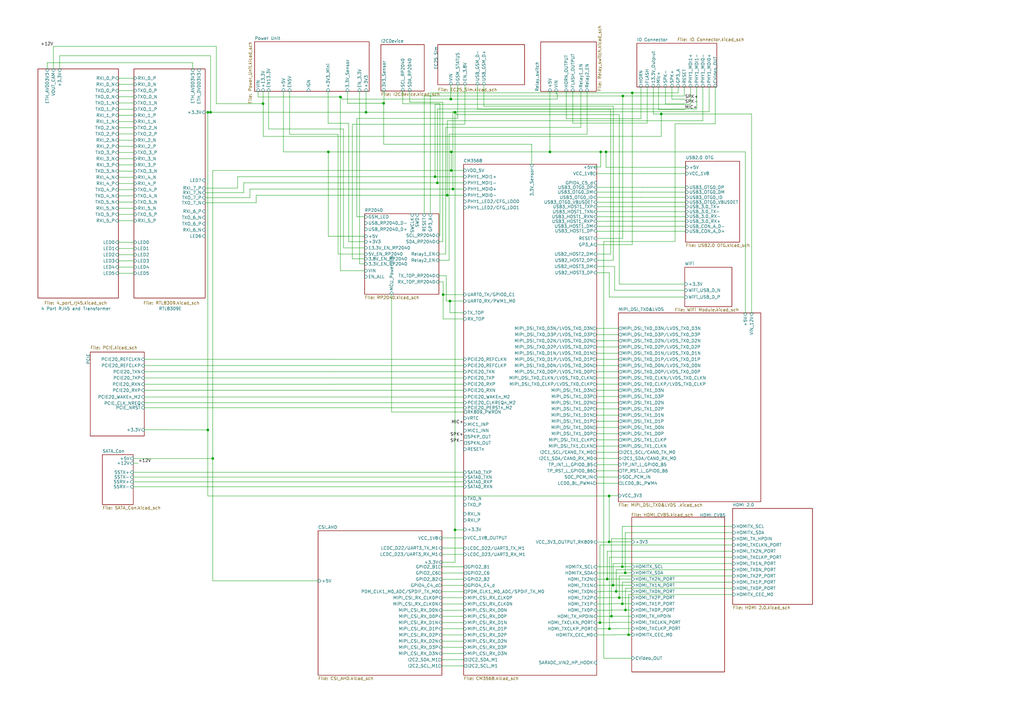
<source format=kicad_sch>
(kicad_sch (version 20230819) (generator eeschema)
  (paper "A3")
  (title_block (title "CamTracker") (date "2022-09-20") (rev "REV1") (company "SmartEQ Bilisim"))
  (lib_symbols)
  (junction (at 246.0749 255.3441))
  (junction (at 257.81 260.35))
  (junction (at 183.4532 80.0841))
  (junction (at 255.4496 39.37))
  (junction (at 139.621 39.7773))
  (junction (at 85.2535 46.0466))
  (junction (at 185.7689 77.5441))
  (junction (at 255.2549 232.41))
  (junction (at 250.7889 252.73))
  (junction (at 249.9619 257.8841))
  (junction (at 256.54 250.19))
  (junction (at 86.36 46.0466))
  (junction (at 185.0643 69.9241))
  (junction (at 157.3465 42.368))
  (junction (at 87.2743 188.0533))
  (junction (at 271.207 46.7566))
  (junction (at 85.2535 176.342))
  (junction (at 255.27 247.65))
  (junction (at 254 245.11))
  (junction (at 134.6836 62.3041))
  (junction (at 256.4416 234.95))
  (junction (at 179.4008 75.0041))
  (junction (at 246.38 62.3041))
  (junction (at 186.6253 46.0466))
  (junction (at 259.3218 38.1))
  (junction (at 107.8837 42.5069))
  (junction (at 184.8977 40.64))
  (junction (at 178.4286 72.4641))
  (junction (at 252.73 242.57))
  (junction (at 225.5507 62.3041))
  (junction (at 185.0643 62.3041))
  (junction (at 249.8343 203.4243))
  (junction (at 186.6253 217.3333))
  (junction (at 150.1335 46.0466))
  (junction (at 251.46 240.03))
  (junction (at 181.7357 120.8256))
  (junction (at 249.8343 222.25))
  (junction (at 184.5435 123.4654))
  (junction (at 249.0522 237.49))
  (junction (at 248.5643 62.3041))
  (wire (pts (xy 59.1979 149.9341) (xy 190.1443 149.9341)))
  (wire (pts (xy 251.46 255.3441) (xy 246.0749 255.3441)))
  (wire (pts (xy 246.38 62.23) (xy 246.38 62.3041)))
  (wire (pts (xy 263.2462 78.7826) (xy 263.2462 78.7863)))
  (wire (pts (xy 183.0637 113.0853) (xy 183.0637 123.4654)))
  (wire (pts (xy 293.37 50.8) (xy 293.37 35.6717)))
  (wire (pts (xy 84.1399 46.0466) (xy 85.2535 46.0466)))
  (wire (pts (xy 181.7357 120.8256) (xy 190.1443 120.8256)))
  (wire (pts (xy 146.3657 88.9298) (xy 146.3657 48.5852)))
  (wire (pts (xy 244.7543 188.0341) (xy 253.6443 188.0341)))
  (wire (pts (xy 250.9543 250.19) (xy 250.9543 250.2641)))
  (wire (pts (xy 249.8792 247.65) (xy 249.8792 247.7241)))
  (wire (pts (xy 187.0987 46.99) (xy 187.0987 46.0466)))
  (wire (pts (xy 280.8943 40.6592) (xy 275.59 40.6592)))
  (wire (pts (xy 281.184 88.8697) (xy 281.184 88.7235)))
  (wire (pts (xy 244.7543 94.8228) (xy 244.7543 94.7023)))
  (wire (pts (xy 262.4842 84.7725) (xy 244.7543 84.7725)))
  (wire (pts (xy 190.1443 195.6618) (xy 190.1443 195.7126)))
  (wire (pts (xy 48.5799 90.4966) (xy 54.9299 90.4966)))
  (wire (pts (xy 308.2543 46.7566) (xy 271.207 46.7566)))
  (wire (pts (xy 246.38 62.3041) (xy 248.5643 62.3041)))
  (wire (pts (xy 244.7543 86.7996) (xy 244.7543 86.8389)))
  (wire (pts (xy 262.7382 82.9182) (xy 262.7382 82.9219)))
  (wire (pts (xy 138.6572 55.1211) (xy 118.7671 55.1211)))
  (wire (pts (xy 186.6253 46.0466) (xy 150.1335 46.0466)))
  (wire (pts (xy 244.7543 165.1741) (xy 253.6443 165.1741)))
  (wire (pts (xy 59.1979 167.2127) (xy 190.1443 167.2127)))
  (wire (pts (xy 244.7543 144.8541) (xy 253.6443 144.8541)))
  (wire (pts (xy 107.9554 55.9553) (xy 107.9554 42.5069)))
  (wire (pts (xy 136.8043 157.5541) (xy 190.1443 157.5541)))
  (wire (pts (xy 256.54 241.3) (xy 256.54 250.19)))
  (wire (pts (xy 250.7889 252.73) (xy 259.08 252.73)))
  (wire (pts (xy 190.1443 197.6551) (xy 54.6347 197.6551)))
  (wire (pts (xy 19.3699 28.2666) (xy 19.3699 25.7266)))
  (wire (pts (xy 48.5799 34.6166) (xy 54.9299 34.6166)))
  (wire (pts (xy 184.5435 128.27) (xy 184.5435 123.4654)))
  (wire (pts (xy 249.8343 203.2741) (xy 253.6443 203.2741)))
  (wire (pts (xy 157.3465 42.368) (xy 142.5135 42.368)))
  (wire (pts (xy 244.7543 222.3241) (xy 249.8343 222.3241)))
  (wire (pts (xy 149.5396 108.2321) (xy 147.4601 108.2321)))
  (wire (pts (xy 248.92 237.49) (xy 248.92 237.5641)))
  (wire (pts (xy 85.2535 46.0466) (xy 85.2535 176.342)))
  (wire (pts (xy 184.8977 40.64) (xy 184.8977 34.7894)))
  (wire (pts (xy 244.7543 92.7627) (xy 281.184 92.7627)))
  (wire (pts (xy 59.1979 149.9341) (xy 59.1979 149.9383)))
  (wire (pts (xy 183.4532 49.53) (xy 183.4532 80.0841)))
  (wire (pts (xy 244.7543 195.6541) (xy 253.6443 195.6541)))
  (wire (pts (xy 250.19 252.73) (xy 250.19 252.8041)))
  (wire (pts (xy 181.2543 224.787) (xy 190.1443 224.787)))
  (wire (pts (xy 228.6 38.5073) (xy 228.0907 38.5073)))
  (wire (pts (xy 244.7543 172.7941) (xy 253.6443 172.7941)))
  (wire (pts (xy 252.73 242.57) (xy 246.4884 242.57)))
  (wire (pts (xy 252.73 257.81) (xy 259.08 257.81)))
  (wire (pts (xy 48.5799 72.7166) (xy 54.9299 72.7166)))
  (wire (pts (xy 183.4532 80.0841) (xy 190.1443 80.0841)))
  (wire (pts (xy 251.8641 260.35) (xy 251.8641 260.4241)))
  (wire (pts (xy 118.7671 55.1211) (xy 118.7671 37.4762)))
  (wire (pts (xy 181.2543 235.0241) (xy 190.1443 235.0241)))
  (wire (pts (xy 257.81 243.84) (xy 257.81 260.35)))
  (wire (pts (xy 54.6347 189.9473) (xy 56.6706 189.9473)))
  (wire (pts (xy 249.8343 203.4243) (xy 85.2535 203.4243)))
  (wire (pts (xy 134.6836 96.9168) (xy 134.6836 62.3041)))
  (wire (pts (xy 190.1443 128.27) (xy 184.5435 128.27)))
  (wire (pts (xy 283.21 42.7938) (xy 178.4286 42.7938)))
  (wire (pts (xy 246.0749 255.3441) (xy 244.7543 255.3441)))
  (wire (pts (xy 180.0196 106.7353) (xy 184.1858 106.7353)))
  (wire (pts (xy 280.8478 119.0491) (xy 252.0763 119.0491)))
  (wire (pts (xy 249.2833 90.7597) (xy 281.184 90.7597)))
  (wire (pts (xy 140.1303 39.7773) (xy 139.621 39.7773)))
  (wire (pts (xy 225.5507 62.3041) (xy 246.38 62.3041)))
  (wire (pts (xy 181.2543 260.4241) (xy 190.1443 260.4241)))
  (wire (pts (xy 180.4452 96.5753) (xy 180.4452 42.5262)))
  (wire (pts (xy 185.0643 69.9241) (xy 87.2743 69.9241)))
  (wire (pts (xy 244.7543 198.1941) (xy 253.6443 198.1941)))
  (wire (pts (xy 181.2543 270.5841) (xy 190.1443 270.5841)))
  (wire (pts (xy 251.46 231.14) (xy 251.46 240.03)))
  (wire (pts (xy 178.4286 42.7938) (xy 178.4286 72.4641)))
  (wire (pts (xy 165.1997 42.5262) (xy 165.1997 37.3422)))
  (wire (pts (xy 144.5193 50.9356) (xy 190.6977 50.9356)))
  (wire (pts (xy 280.67 39.37) (xy 255.4496 39.37)))
  (wire (pts (xy 144.5193 106.1727) (xy 144.5193 50.9356)))
  (wire (pts (xy 243.84 68.5059) (xy 246.38 68.5059)))
  (wire (pts (xy 181.7357 130.81) (xy 181.7357 120.8256)))
  (wire (pts (xy 255.2549 232.41) (xy 259.08 232.41)))
  (wire (pts (xy 195.841 44.776) (xy 195.841 34.7894)))
  (wire (pts (xy 102.5143 77.5441) (xy 102.5143 81.0623)))
  (wire (pts (xy 228.0907 38.5073) (xy 228.0907 37.5104)))
  (wire (pts (xy 110.1494 52.9047) (xy 110.1494 37.4762)))
  (wire (pts (xy 265.43 50.4771) (xy 234.95 50.4771)))
  (wire (pts (xy 134.5658 50.5734) (xy 134.5658 37.4762)))
  (wire (pts (xy 168.0469 41.6907) (xy 168.045 41.6907)))
  (wire (pts (xy 190.1443 130.81) (xy 181.7357 130.81)))
  (wire (pts (xy 190.1443 72.4641) (xy 178.4286 72.4641)))
  (wire (pts (xy 150.1335 37.4762) (xy 150.1335 46.0466)))
  (wire (pts (xy 244.7543 100.33) (xy 259.3218 100.33)))
  (wire (pts (xy 160.6004 120.7053) (xy 160.6004 168.9841)))
  (wire (pts (xy 149.5396 106.1727) (xy 144.5193 106.1727)))
  (wire (pts (xy 254 46.99) (xy 187.0987 46.99)))
  (wire (pts (xy 281.184 82.9182) (xy 262.7382 82.9182)))
  (wire (pts (xy 249.8343 203.2741) (xy 249.8343 203.4243)))
  (wire (pts (xy 24.4499 22.86) (xy 86.36 22.86)))
  (wire (pts (xy 173.99 39.37) (xy 173.99 87.6853)))
  (wire (pts (xy 217.9567 59.3224) (xy 218.1066 59.3224)))
  (wire (pts (xy 249.9619 257.8841) (xy 244.7543 257.8841)))
  (wire (pts (xy 276.86 50.8) (xy 293.37 50.8)))
  (wire (pts (xy 48.5799 112.0866) (xy 54.9299 112.0866)))
  (wire (pts (xy 190.6977 50.9356) (xy 190.6977 34.7894)))
  (wire (pts (xy 244.7543 245.1841) (xy 248.9695 245.1841)))
  (wire (pts (xy 176.53 38.1) (xy 259.3218 38.1)))
  (wire (pts (xy 290.83 45.8425) (xy 290.83 35.6717)))
  (wire (pts (xy 244.7543 142.3141) (xy 253.6443 142.3141)))
  (wire (pts (xy 252.73 257.81) (xy 252.73 257.8841)))
  (wire (pts (xy 48.5799 101.9266) (xy 54.9299 101.9266)))
  (wire (pts (xy 300.482 241.3) (xy 256.54 241.3)))
  (wire (pts (xy 271.207 55.9553) (xy 271.207 46.7566)))
  (wire (pts (xy 107.8837 37.4762) (xy 107.8837 42.5069)))
  (wire (pts (xy 250.7889 220.98) (xy 250.7889 252.73)))
  (wire (pts (xy 265.43 35.6717) (xy 265.43 50.4771)))
  (wire (pts (xy 24.4499 22.86) (xy 24.4499 28.2666)))
  (wire (pts (xy 249.8343 203.4243) (xy 249.8343 222.25)))
  (wire (pts (xy 179.4008 44.6846) (xy 179.4008 75.0041)))
  (wire (pts (xy 251.46 240.03) (xy 259.08 240.03)))
  (wire (pts (xy 59.1979 176.2679) (xy 85.2535 176.342)))
  (wire (pts (xy 157.4964 42.368) (xy 157.3465 42.368)))
  (wire (pts (xy 300.482 236.22) (xy 254 236.22)))
  (wire (pts (xy 88.7436 19.0203) (xy 88.7436 42.5069)))
  (wire (pts (xy 48.5799 75.2566) (xy 54.9299 75.2566)))
  (wire (pts (xy 244.7543 190.5741) (xy 253.6443 190.5741)))
  (wire (pts (xy 190.1443 224.787) (xy 190.1443 224.8641)))
  (wire (pts (xy 181.2543 247.7241) (xy 190.1443 247.7241)))
  (wire (pts (xy 168.045 41.6907) (xy 168.045 37.3422)))
  (wire (pts (xy 136.8043 157.6159) (xy 136.8043 157.5541)))
  (wire (pts (xy 157.4964 37.3422) (xy 157.4966 37.3422)))
  (wire (pts (xy 190.1443 217.3333) (xy 190.1443 217.17)))
  (wire (pts (xy 181.6251 99.1153) (xy 181.6251 41.9447)))
  (wire (pts (xy 48.5799 70.1766) (xy 54.9299 70.1766)))
  (wire (pts (xy 263.5002 76.8595) (xy 263.5002 76.8632)))
  (wire (pts (xy 225.5507 37.5104) (xy 225.5507 62.3041)))
  (wire (pts (xy 281.184 92.7627) (xy 281.184 92.8186)))
  (wire (pts (xy 48.5799 85.4166) (xy 54.9299 85.4166)))
  (wire (pts (xy 180.0196 104.1953) (xy 182.784 104.1953)))
  (wire (pts (xy 251.5548 43.519) (xy 251.5548 106.7541)))
  (wire (pts (xy 272.9294 42.6522) (xy 272.9294 35.6717)))
  (wire (pts (xy 256.4416 234.95) (xy 259.08 234.95)))
  (wire (pts (xy 183.0637 123.4654) (xy 184.5435 123.4654)))
  (wire (pts (xy 249.8873 121.8259) (xy 249.8873 111.8341)))
  (wire (pts (xy 263.7542 71.1941) (xy 244.7543 71.1941)))
  (wire (pts (xy 186.6253 46.0466) (xy 186.6253 217.3333)))
  (wire (pts (xy 248.92 237.49) (xy 249.0522 237.49)))
  (wire (pts (xy 146.3657 48.5852) (xy 187.743 48.5852)))
  (wire (pts (xy 176.53 87.6853) (xy 176.53 38.1)))
  (wire (pts (xy 280.8943 44.9663) (xy 270.0675 44.9663)))
  (wire (pts (xy 87.2743 238.2452) (xy 130.4543 238.2452)))
  (wire (pts (xy 48.5799 54.9366) (xy 54.9299 54.9366)))
  (wire (pts (xy 300.482 220.98) (xy 250.7889 220.98)))
  (wire (pts (xy 262.9922 80.9688) (xy 262.9922 80.9725)))
  (wire (pts (xy 252.73 257.8841) (xy 249.9619 257.8841)))
  (wire (pts (xy 190.1443 69.9241) (xy 185.0643 69.9241)))
  (wire (pts (xy 244.7543 106.7541) (xy 251.5548 106.7541)))
  (wire (pts (xy 48.5799 65.0966) (xy 54.9299 65.0966)))
  (wire (pts (xy 185.0643 62.3041) (xy 185.0643 69.9241)))
  (wire (pts (xy 21.9099 28.2666) (xy 21.9099 19.0203)))
  (wire (pts (xy 281.184 71.1904) (xy 263.7542 71.1904)))
  (wire (pts (xy 244.7543 90.7932) (xy 249.2833 90.7932)))
  (wire (pts (xy 48.5799 107.0066) (xy 54.9299 107.0066)))
  (wire (pts (xy 59.1979 157.6159) (xy 136.8043 157.6159)))
  (wire (pts (xy 140.8787 101.6795) (xy 140.8787 52.9047)))
  (wire (pts (xy 134.6836 62.3041) (xy 185.0643 62.3041)))
  (wire (pts (xy 181.2543 232.4841) (xy 190.1443 232.4841)))
  (wire (pts (xy 228.6 38.5073) (xy 228.6 40.64)))
  (wire (pts (xy 217.9567 59.195) (xy 157.3465 59.195)))
  (wire (pts (xy 250.5073 44.776) (xy 195.841 44.776)))
  (wire (pts (xy 244.7543 260.4241) (xy 251.8641 260.4241)))
  (wire (pts (xy 244.7543 160.0941) (xy 253.6443 160.0941)))
  (wire (pts (xy 285.75 44.6846) (xy 179.4008 44.6846)))
  (wire (pts (xy 181.2543 252.8041) (xy 190.1443 252.8041)))
  (wire (pts (xy 180.0196 96.5753) (xy 180.4452 96.5753)))
  (wire (pts (xy 244.7543 104.2141) (xy 250.5073 104.2141)))
  (wire (pts (xy 300.482 228.6) (xy 249.9619 228.6)))
  (wire (pts (xy 54.6347 197.6551) (xy 54.6347 197.5965)))
  (wire (pts (xy 190.1443 227.4041) (xy 181.2543 227.4041)))
  (wire (pts (xy 256.54 250.19) (xy 259.08 250.19)))
  (wire (pts (xy 84.1399 81.0623) (xy 102.5143 81.0623)))
  (wire (pts (xy 300.482 238.76) (xy 255.27 238.76)))
  (wire (pts (xy 48.5799 87.9566) (xy 54.9299 87.9566)))
  (wire (pts (xy 59.1979 152.4975) (xy 136.8043 152.4975)))
  (wire (pts (xy 247.65 99.06) (xy 247.65 269.9564)))
  (wire (pts (xy 181.2543 262.9641) (xy 190.1443 262.9641)))
  (wire (pts (xy 255.27 247.65) (xy 259.08 247.65)))
  (wire (pts (xy 180.0196 99.1153) (xy 181.6251 99.1153)))
  (wire (pts (xy 276.86 99.06) (xy 276.86 50.8)))
  (wire (pts (xy 259.08 269.9564) (xy 247.65 269.9564)))
  (wire (pts (xy 270.0675 44.9663) (xy 270.0675 35.6717)))
  (wire (pts (xy 59.1979 165.1625) (xy 59.1979 165.3935)))
  (wire (pts (xy 244.7543 175.3341) (xy 253.6443 175.3341)))
  (wire (pts (xy 254 116.5179) (xy 254 46.99)))
  (wire (pts (xy 280.8478 116.5179) (xy 254 116.5179)))
  (wire (pts (xy 107.9554 55.9553) (xy 271.207 55.9553)))
  (wire (pts (xy 280.8478 121.8259) (xy 249.8873 121.8259)))
  (wire (pts (xy 246.38 232.4841) (xy 244.7543 232.4841)))
  (wire (pts (xy 255.4496 39.37) (xy 173.99 39.37)))
  (wire (pts (xy 140.1303 40.64) (xy 140.1303 39.7773)))
  (wire (pts (xy 116.2587 62.3041) (xy 134.6836 62.3041)))
  (wire (pts (xy 246.4884 242.57) (xy 246.4884 242.6441)))
  (wire (pts (xy 48.5799 80.3366) (xy 54.9299 80.3366)))
  (wire (pts (xy 86.36 22.86) (xy 86.36 46.0466)))
  (wire (pts (xy 181.2543 240.1041) (xy 190.1443 240.1041)))
  (wire (pts (xy 184.1858 55.02) (xy 240.7907 55.02)))
  (wire (pts (xy 245.9095 240.03) (xy 245.9095 240.1041)))
  (wire (pts (xy 190.1443 165.1625) (xy 59.1979 165.1625)))
  (wire (pts (xy 180.0196 115.6253) (xy 181.7357 115.6253)))
  (wire (pts (xy 105.0543 80.0841) (xy 183.4532 80.0841)))
  (wire (pts (xy 255.2549 215.9) (xy 255.2549 232.41)))
  (wire (pts (xy 271.207 46.7566) (xy 267.97 46.7566)))
  (wire (pts (xy 300.482 243.84) (xy 257.81 243.84)))
  (wire (pts (xy 54.6347 199.6265) (xy 190.1443 199.6265)))
  (wire (pts (xy 244.7543 152.4741) (xy 253.6443 152.4741)))
  (wire (pts (xy 48.5799 99.3866) (xy 54.9299 99.3866)))
  (wire (pts (xy 251.46 255.27) (xy 251.46 255.3441)))
  (wire (pts (xy 48.5799 57.4766) (xy 54.9299 57.4766)))
  (wire (pts (xy 190.1443 199.6265) (xy 190.1443 199.597)))
  (wire (pts (xy 255.4496 97.79) (xy 255.4496 39.37)))
  (wire (pts (xy 248.92 237.5641) (xy 244.7543 237.5641)))
  (wire (pts (xy 257.81 260.35) (xy 259.08 260.35)))
  (wire (pts (xy 244.7543 137.2341) (xy 253.6443 137.2341)))
  (wire (pts (xy 187.743 48.5852) (xy 187.743 34.7894)))
  (wire (pts (xy 181.2543 227.4041) (xy 181.2543 227.327)))
  (wire (pts (xy 250.19 252.73) (xy 250.7889 252.73)))
  (wire (pts (xy 278.13 38.1) (xy 278.13 35.6717)))
  (wire (pts (xy 275.59 35.56) (xy 275.6124 35.6717)))
  (wire (pts (xy 181.2543 255.3441) (xy 190.1443 255.3441)))
  (wire (pts (xy 300.482 218.44) (xy 256.4127 218.44)))
  (wire (pts (xy 187.0987 46.0466) (xy 186.6253 46.0466)))
  (wire (pts (xy 251.8641 260.35) (xy 257.81 260.35)))
  (wire (pts (xy 244.7543 180.4141) (xy 253.6443 180.4141)))
  (wire (pts (xy 190.1443 220.6276) (xy 181.2543 220.6276)))
  (wire (pts (xy 285.75 35.6717) (xy 285.75 44.6846)))
  (wire (pts (xy 59.1979 155.0141) (xy 190.1443 155.0141)))
  (wire (pts (xy 244.7543 155.0141) (xy 253.6443 155.0141)))
  (wire (pts (xy 190.1443 162.8307) (xy 190.1443 162.7706)))
  (wire (pts (xy 249.0522 237.49) (xy 259.08 237.49)))
  (wire (pts (xy 308.2543 128.3441) (xy 308.2543 46.7566)))
  (wire (pts (xy 255.27 238.76) (xy 255.27 247.65)))
  (wire (pts (xy 288.29 49.53) (xy 183.4532 49.53)))
  (wire (pts (xy 262.4842 84.7688) (xy 281.184 84.7688)))
  (wire (pts (xy 157.4964 42.368) (xy 157.4964 37.3422)))
  (wire (pts (xy 48.5799 42.2366) (xy 54.9299 42.2366)))
  (wire (pts (xy 243.84 68.5059) (xy 243.84 68.58)))
  (wire (pts (xy 107.9554 42.5069) (xy 107.8837 42.5069)))
  (wire (pts (xy 48.5799 49.8566) (xy 54.9299 49.8566)))
  (wire (pts (xy 281.184 78.7826) (xy 263.2462 78.7826)))
  (wire (pts (xy 181.2543 245.1841) (xy 190.1443 245.1841)))
  (wire (pts (xy 305.7143 128.3441) (xy 305.7143 62.3041)))
  (wire (pts (xy 178.4286 72.4641) (xy 97.4343 72.4641)))
  (wire (pts (xy 142.998 99.1153) (xy 142.998 50.5734)))
  (wire (pts (xy 244.7543 193.1141) (xy 253.6443 193.1141)))
  (wire (pts (xy 48.5799 67.6366) (xy 54.9299 67.6366)))
  (wire (pts (xy 248.9695 245.11) (xy 248.9695 245.1841)))
  (wire (pts (xy 246.38 232.41) (xy 246.38 232.4841)))
  (wire (pts (xy 281.184 86.7996) (xy 244.7543 86.7996)))
  (wire (pts (xy 244.7543 240.1041) (xy 245.9095 240.1041)))
  (wire (pts (xy 244.7543 170.2541) (xy 253.6443 170.2541)))
  (wire (pts (xy 184.1858 106.7353) (xy 184.1858 55.02)))
  (wire (pts (xy 190.1443 77.5441) (xy 185.7689 77.5441)))
  (wire (pts (xy 86.36 46.0466) (xy 150.1335 46.0466)))
  (wire (pts (xy 136.8043 147.3941) (xy 190.1443 147.3941)))
  (wire (pts (xy 244.7543 139.7741) (xy 253.6443 139.7741)))
  (wire (pts (xy 251.5548 43.519) (xy 198.4674 43.519)))
  (wire (pts (xy 246.38 232.41) (xy 255.2549 232.41)))
  (wire (pts (xy 246.38 68.5059) (xy 246.38 62.3041)))
  (wire (pts (xy 244.7543 109.2941) (xy 252.0763 109.2941)))
  (wire (pts (xy 234.95 50.4771) (xy 234.95 37.5104)))
  (wire (pts (xy 87.2743 69.9241) (xy 87.2743 188.0533)))
  (wire (pts (xy 168.0469 41.9447) (xy 168.0469 41.6907)))
  (wire (pts (xy 59.1979 147.3859) (xy 136.8043 147.3859)))
  (wire (pts (xy 281.184 94.8228) (xy 244.7543 94.8228)))
  (wire (pts (xy 249.9619 228.6) (xy 249.9619 257.8841)))
  (wire (pts (xy 185.7689 77.5441) (xy 102.5143 77.5441)))
  (wire (pts (xy 182.784 104.1953) (xy 182.784 52.2713)))
  (wire (pts (xy 87.2743 188.0533) (xy 87.2743 238.2452)))
  (wire (pts (xy 48.5799 77.7966) (xy 54.9299 77.7966)))
  (wire (pts (xy 79.0599 25.7266) (xy 79.0599 28.2666)))
  (wire (pts (xy 238.2507 52.2713) (xy 238.2507 37.5104)))
  (wire (pts (xy 252.73 242.57) (xy 259.08 242.57)))
  (wire (pts (xy 251.46 255.27) (xy 259.08 255.27)))
  (wire (pts (xy 249.0522 226.06) (xy 249.0522 237.49)))
  (wire (pts (xy 136.8043 147.3859) (xy 136.8043 147.3941)))
  (wire (pts (xy 244.7543 111.8341) (xy 249.8873 111.8341)))
  (wire (pts (xy 250.9543 250.19) (xy 256.54 250.19)))
  (wire (pts (xy 54.6347 195.6618) (xy 190.1443 195.6618)))
  (wire (pts (xy 256.4127 234.95) (xy 256.4416 234.95)))
  (wire (pts (xy 300.482 233.68) (xy 252.73 233.68)))
  (wire (pts (xy 186.6253 217.3333) (xy 190.1443 217.3333)))
  (wire (pts (xy 275.59 40.6592) (xy 275.59 35.56)))
  (wire (pts (xy 244.7543 157.5541) (xy 253.6443 157.5541)))
  (wire (pts (xy 149.5396 111.0247) (xy 139.621 111.0247)))
  (wire (pts (xy 305.7143 62.3041) (xy 248.5643 62.3041)))
  (wire (pts (xy 48.5799 104.4666) (xy 54.9299 104.4666)))
  (wire (pts (xy 105.8484 39.7773) (xy 139.621 39.7773)))
  (wire (pts (xy 184.8977 40.64) (xy 228.6 40.64)))
  (wire (pts (xy 157.3465 59.195) (xy 157.3465 42.368)))
  (wire (pts (xy 140.8787 52.9047) (xy 110.1494 52.9047)))
  (wire (pts (xy 180.0196 113.0853) (xy 183.0637 113.0853)))
  (wire (pts (xy 105.8484 39.7773) (xy 105.8484 37.4762)))
  (wire (pts (xy 99.9743 75.0041) (xy 179.4008 75.0041)))
  (wire (pts (xy 181.7357 115.6253) (xy 181.7357 120.8256)))
  (wire (pts (xy 283.21 35.6717) (xy 283.21 42.7938)))
  (wire (pts (xy 181.2543 273.1241) (xy 190.1443 273.1241)))
  (wire (pts (xy 288.29 35.6717) (xy 288.29 49.53)))
  (wire (pts (xy 244.7543 247.7241) (xy 249.8792 247.7241)))
  (wire (pts (xy 21.9099 19.0203) (xy 88.7436 19.0203)))
  (wire (pts (xy 243.84 68.58) (xy 244.7543 68.58)))
  (wire (pts (xy 281.184 76.8595) (xy 263.5002 76.8595)))
  (wire (pts (xy 280.8839 42.6522) (xy 272.9294 42.6522)))
  (wire (pts (xy 218.1066 59.3224) (xy 218.1066 67.3841)))
  (wire (pts (xy 142.5135 42.368) (xy 142.5135 37.4762)))
  (wire (pts (xy 262.9922 80.9688) (xy 281.184 80.9688)))
  (wire (pts (xy 48.5799 47.3166) (xy 54.9299 47.3166)))
  (wire (pts (xy 300.482 226.06) (xy 249.0522 226.06)))
  (wire (pts (xy 300.482 223.52) (xy 246.0749 223.52)))
  (wire (pts (xy 48.5799 32.0766) (xy 54.9299 32.0766)))
  (wire (pts (xy 48.5799 52.3966) (xy 54.9299 52.3966)))
  (wire (pts (xy 252.0763 119.0491) (xy 252.0763 109.2941)))
  (wire (pts (xy 48.5799 62.5566) (xy 54.9299 62.5566)))
  (wire (pts (xy 245.9095 240.03) (xy 251.46 240.03)))
  (wire (pts (xy 139.621 111.0247) (xy 139.621 39.7773)))
  (wire (pts (xy 246.0749 223.52) (xy 246.0749 255.3441)))
  (wire (pts (xy 262.89 35.6717) (xy 262.89 48.6884)))
  (wire (pts (xy 262.9922 80.9725) (xy 244.7543 80.9725)))
  (wire (pts (xy 181.2543 237.5641) (xy 190.1443 237.5641)))
  (wire (pts (xy 105.0543 80.0841) (xy 105.0543 83.1801)))
  (wire (pts (xy 281.184 68.6504) (xy 248.5643 68.6504)))
  (wire (pts (xy 244.7543 177.8741) (xy 253.6443 177.8741)))
  (wire (pts (xy 262.4842 84.7688) (xy 262.4842 84.7725)))
  (wire (pts (xy 86.36 46.0466) (xy 85.2535 46.0466)))
  (wire (pts (xy 198.4674 43.519) (xy 198.4674 34.7894)))
  (wire (pts (xy 263.2462 78.7863) (xy 244.7543 78.7863)))
  (wire (pts (xy 244.7543 147.3941) (xy 253.6443 147.3941)))
  (wire (pts (xy 247.65 99.06) (xy 276.86 99.06)))
  (wire (pts (xy 181.2543 257.8841) (xy 190.1443 257.8841)))
  (wire (pts (xy 84.1399 79.0118) (xy 99.9743 79.0118)))
  (wire (pts (xy 244.7543 97.79) (xy 255.4496 97.79)))
  (wire (pts (xy 244.7543 235.0241) (xy 256.4416 235.0241)))
  (wire (pts (xy 262.89 48.6884) (xy 232.2402 48.6884)))
  (wire (pts (xy 180.4452 42.5262) (xy 165.1997 42.5262)))
  (wire (pts (xy 256.4416 235.0241) (xy 256.4416 234.95)))
  (wire (pts (xy 84.1399 83.1801) (xy 105.0543 83.1801)))
  (wire (pts (xy 97.4343 72.4641) (xy 97.4343 77.1427)))
  (wire (pts (xy 248.5643 68.6504) (xy 248.5643 62.3041)))
  (wire (pts (xy 262.7382 82.9219) (xy 244.7543 82.9219)))
  (wire (pts (xy 182.784 52.2713) (xy 238.2507 52.2713)))
  (wire (pts (xy 249.2833 90.7932) (xy 249.2833 90.7597)))
  (wire (pts (xy 250.5073 104.2141) (xy 250.5073 44.776)))
  (wire (pts (xy 149.5396 88.9298) (xy 146.3657 88.9298)))
  (wire (pts (xy 248.9695 245.11) (xy 254 245.11)))
  (wire (pts (xy 48.5799 82.8766) (xy 54.9299 82.8766)))
  (wire (pts (xy 184.5435 123.4654) (xy 190.1443 123.4654)))
  (wire (pts (xy 149.5396 104.1953) (xy 138.6572 104.1953)))
  (wire (pts (xy 185.7689 77.5441) (xy 185.7689 45.8425)))
  (wire (pts (xy 149.5396 99.1153) (xy 142.998 99.1153)))
  (wire (pts (xy 232.2402 48.6884) (xy 232.2402 37.5104)))
  (wire (pts (xy 244.7543 134.6941) (xy 253.6443 134.6941)))
  (wire (pts (xy 48.5799 39.6966) (xy 54.9299 39.6966)))
  (wire (pts (xy 54.6347 188.0533) (xy 87.2743 188.0533)))
  (wire (pts (xy 249.8343 222.25) (xy 259.08 222.25)))
  (wire (pts (xy 244.7543 167.7141) (xy 253.6443 167.7141)))
  (wire (pts (xy 259.3218 100.33) (xy 259.3218 38.1)))
  (wire (pts (xy 48.5799 44.7766) (xy 54.9299 44.7766)))
  (wire (pts (xy 160.6004 168.9841) (xy 190.1443 168.9841)))
  (wire (pts (xy 244.7543 149.9341) (xy 253.6443 149.9341)))
  (wire (pts (xy 300.482 215.9) (xy 255.2549 215.9)))
  (wire (pts (xy 116.2587 37.4762) (xy 116.2587 62.3041)))
  (wire (pts (xy 54.6347 193.7322) (xy 190.1443 193.7322)))
  (wire (pts (xy 217.9567 59.3224) (xy 217.9567 59.195)))
  (wire (pts (xy 181.2543 250.2641) (xy 190.1443 250.2641)))
  (wire (pts (xy 85.2535 203.4243) (xy 85.2535 176.342)))
  (wire (pts (xy 244.7543 182.9541) (xy 253.6443 182.9541)))
  (wire (pts (xy 244.7543 250.2641) (xy 250.9543 250.2641)))
  (wire (pts (xy 149.5396 101.6795) (xy 140.8787 101.6795)))
  (wire (pts (xy 249.8792 247.65) (xy 255.27 247.65)))
  (wire (pts (xy 136.8043 152.4975) (xy 136.8043 152.4741)))
  (wire (pts (xy 256.4127 218.44) (xy 256.4127 234.95)))
  (wire (pts (xy 181.2543 220.6276) (xy 181.2543 220.7204)))
  (wire (pts (xy 179.4008 75.0041) (xy 190.1443 75.0041)))
  (wire (pts (xy 252.73 233.68) (xy 252.73 242.57)))
  (wire (pts (xy 244.7543 88.8697) (xy 281.184 88.8697)))
  (wire (pts (xy 181.2543 265.5041) (xy 190.1443 265.5041)))
  (wire (pts (xy 250.19 252.8041) (xy 244.7543 252.8041)))
  (wire (pts (xy 48.5799 37.1566) (xy 54.9299 37.1566)))
  (wire (pts (xy 147.4601 108.2321) (xy 147.4601 37.4762)))
  (wire (pts (xy 185.7689 45.8425) (xy 290.83 45.8425)))
  (wire (pts (xy 181.2543 268.0441) (xy 190.1443 268.0441)))
  (wire (pts (xy 280.67 35.6717) (xy 280.67 39.37)))
  (wire (pts (xy 249.8343 222.25) (xy 249.8343 222.3241)))
  (wire (pts (xy 136.8043 152.4741) (xy 190.1443 152.4741)))
  (wire (pts (xy 240.7907 55.02) (xy 240.7907 37.5104)))
  (wire (pts (xy 84.1399 77.1427) (xy 97.4343 77.1427)))
  (wire (pts (xy 254 245.11) (xy 259.08 245.11)))
  (wire (pts (xy 254 236.22) (xy 254 245.11)))
  (wire (pts (xy 244.7543 162.6341) (xy 253.6443 162.6341)))
  (wire (pts (xy 181.6251 41.9447) (xy 168.0469 41.9447)))
  (wire (pts (xy 59.1979 155.0141) (xy 59.1979 155.0154)))
  (wire (pts (xy 244.7543 185.4941) (xy 253.6443 185.4941)))
  (wire (pts (xy 259.3218 38.1) (xy 278.13 38.1)))
  (wire (pts (xy 99.9743 75.0041) (xy 99.9743 79.0118)))
  (wire (pts (xy 181.2543 242.6441) (xy 190.1443 242.6441)))
  (wire (pts (xy 138.6572 104.1953) (xy 138.6572 55.1211)))
  (wire (pts (xy 263.7542 71.1904) (xy 263.7542 71.1941)))
  (wire (pts (xy 88.7436 42.5069) (xy 107.8837 42.5069)))
  (wire (pts (xy 244.7543 242.6441) (xy 246.4884 242.6441)))
  (wire (pts (xy 59.1979 162.8307) (xy 190.1443 162.8307)))
  (wire (pts (xy 48.5799 60.0166) (xy 54.9299 60.0166)))
  (wire (pts (xy 185.0643 62.3041) (xy 225.5507 62.3041)))
  (wire (pts (xy 140.1303 40.64) (xy 184.8977 40.64)))
  (wire (pts (xy 149.5396 96.9168) (xy 134.6836 96.9168)))
  (wire (pts (xy 19.3699 25.7266) (xy 79.0599 25.7266)))
  (wire (pts (xy 186.6253 217.3333) (xy 186.6253 230.5963)))
  (wire (pts (xy 186.6253 230.5963) (xy 181.2543 230.5963)))
  (wire (pts (xy 300.482 231.14) (xy 251.46 231.14)))
  (wire (pts (xy 267.97 46.7566) (xy 267.97 35.6717)))
  (wire (pts (xy 48.5799 109.5466) (xy 54.9299 109.5466)))
  (wire (pts (xy 142.998 50.5734) (xy 134.5658 50.5734)))
  (wire (pts (xy 263.5002 76.8632) (xy 244.7543 76.8632)))
  (wire (pts (xy 59.1979 160.0941) (xy 190.1443 160.0941)))
  (label "SPK-" (at 190.1443 181.6841 180))
  (label "MIC+" (at 280.8943 44.9663 0))
  (label "+12V" (at 21.9099 19.0203 180))
  (label "SPK+" (at 280.8943 40.6592 0))
  (label "+12V" (at 56.6706 189.9473 0))
  (label "SPK+" (at 190.1443 179.1441 180))
  (label "MIC+" (at 190.1443 174.0641 180))
  (label "SPK-" (at 280.8839 42.6522 0))
  (sheet (at 149.5396 87.6853) (size 30.48 33.02) (stroke (width 0.1524))
    (property "Sheetname" "RP2040" (at 149.5396 86.9737 0) (effects (justify left bottom)))
    (property "Sheetfile" "RP2040.kicad_sch" (at 149.5396 121.2899 0) (effects (justify left top)))
    (pin "5V_EN_RP2040" input (at 149.5396 104.1953 180))
    (pin "3.3V_EN_RP2040" input (at 149.5396 108.2321 180))
    (pin "+3V3" input (at 149.5396 99.1153 180))
    (pin "SDA_RP2040" input (at 180.0196 99.1153 0))
    (pin "SCL_RP2040" input (at 180.0196 96.5753 0))
    (pin "SWD" input (at 171.1101 87.6853 90))
    (pin "SWCLK" input (at 169.1013 87.6853 90))
    (pin "VIN" input (at 149.5396 111.0247 180))
    (pin "TX_TOP_RP2040" input (at 180.0196 113.0853 0))
    (pin "RX_TOP_RP2040" input (at 180.0196 115.6253 0))
    (pin "USB_RP2040_D+" input (at 149.5396 94.0353 180))
    (pin "USB_RP2040_D-" input (at 149.5396 91.4953 180))
    (pin "3.8V_EN_RP2040" input (at 149.5396 106.1727 180))
    (pin "Relay1_EN" input (at 180.0196 104.1953 0))
    (pin "Relay2_EN" input (at 180.0196 106.7353 0))
    (pin "EN_ALL" input (at 149.5396 113.4629 180))
    (pin "13.3V_EN_RP2040" input (at 149.5396 101.6795 180))
    (pin "GSM_LED" input (at 149.5396 88.9298 180))
    (pin "+5V" input (at 149.5396 96.9168 180))
    (pin "MCU_Power_EN" input (at 160.6004 120.7053 270))
    (pin "GP3_A" input (at 176.53 87.6853 90))
    (pin "RESET" input (at 173.99 87.6853 90))
  )
  (sheet (at 259.08 212.09) (size 38.1 63.5) (stroke (width 0.1524))
    (property "Sheetname" "HDMI_CVBS" (at 287.02 212.09 0) (effects (justify left bottom)))
    (property "Sheetfile" "HDMI_CVBS.kicad_sch" (at 258.8455 210.4345 0) (effects (justify left top)))
    (pin "HDMI_TX1N_PORT" input (at 259.08 240.03 180))
    (pin "HDMI_TX1P_PORT" input (at 259.08 247.65 180))
    (pin "HDMI_TX2P_PORT" input (at 259.08 245.11 180))
    (pin "HDMI_TX2N_PORT" input (at 259.08 237.49 180))
    (pin "HDMI_TX0P_PORT" input (at 259.08 250.19 180))
    (pin "HDMI_TX0N_PORT" input (at 259.08 242.57 180))
    (pin "HDMI_TXCLKP_PORT" input (at 259.08 257.81 180))
    (pin "HDMI_TXCLKN_PORT" input (at 259.08 255.27 180))
    (pin "+3V3" input (at 259.08 222.25 180))
    (pin "HDMI_TX_HPDIN" input (at 259.08 252.73 180))
    (pin "HDMITX_CEC_M0" input (at 259.08 260.35 180))
    (pin "HDMITX_SDA" input (at 259.08 234.95 180))
    (pin "HDMITX_SCL" input (at 259.08 232.41 180))
    (pin "CVideo_OUT" input (at 259.08 269.9564 180))
  )
  (sheet (at 37.002 144.3923) (size 22.1959 34.4237) (stroke (width 0.1524))
    (property "Sheetname" "PCIE" (at 37.002 149.4723 90) (effects (justify left bottom)))
    (property "Sheetfile" "PCIE.kicad_sch" (at 37.002 141.8523 0) (effects (justify left top)))
    (pin "PCIE20_RXP" input (at 59.1979 160.0941 0))
    (pin "PCIE20_REFCLKN" input (at 59.1979 147.3859 0))
    (pin "PCIE20_REFCLKP" input (at 59.1979 149.9383 0))
    (pin "PCIE20_TXP" input (at 59.1979 155.0154 0))
    (pin "PCIE20_RXN" input (at 59.1979 157.6159 0))
    (pin "PCIE20_TXN" input (at 59.1979 152.4975 0))
    (pin "+3.3V" input (at 59.1979 176.2679 0))
    (pin "PCIE20_WAKEn_M2" input (at 59.1979 162.8307 0))
    (pin "PCIE_NRST" input (at 59.1979 167.2127 0))
    (pin "PCIE_CLK_NREQ" input (at 59.1979 165.3935 0))
  )
  (sheet (at 15.5599 28.2666) (size 33.02 93.98) (stroke (width 0.1524))
    (property "Sheetname" "4 Port RJ45 and Transformer" (at 16.8299 127.3266 0) (effects (justify left bottom)))
    (property "Sheetfile" "4_port_rj45.kicad_sch" (at 18.0999 123.5166 0) (effects (justify left top)))
    (pin "TXO_2_P" input (at 48.5799 54.9366 0))
    (pin "TXO_3_P" input (at 48.5799 62.5566 0))
    (pin "TXO_3_N" input (at 48.5799 70.1766 0))
    (pin "RXI_3_P" input (at 48.5799 67.6366 0))
    (pin "TXO_2_N" input (at 48.5799 52.3966 0))
    (pin "ETH_AVDD3V3" input (at 19.3699 28.2666 90))
    (pin "VOUT_CAM" input (at 21.9099 28.2666 90))
    (pin "+3.3V" input (at 24.4499 28.2666 90))
    (pin "LED2" input (at 48.5799 104.4666 0))
    (pin "LED3" input (at 48.5799 107.0066 0))
    (pin "LED1" input (at 48.5799 101.9266 0))
    (pin "LED4" input (at 48.5799 109.5466 0))
    (pin "TXO_0_N" input (at 48.5799 39.6966 0))
    (pin "TXO_1_N" input (at 48.5799 42.2366 0))
    (pin "RXI_1_N" input (at 48.5799 49.8566 0))
    (pin "TXO_1_P" input (at 48.5799 44.7766 0))
    (pin "RXI_1_P" input (at 48.5799 47.3166 0))
    (pin "TXO_0_P" input (at 48.5799 37.1566 0))
    (pin "RXI_0_P" input (at 48.5799 32.0766 0))
    (pin "RXI_0_N" input (at 48.5799 34.6166 0))
    (pin "RXI_2_N" input (at 48.5799 57.4766 0))
    (pin "RXI_2_P" input (at 48.5799 60.0166 0))
    (pin "RXI_3_N" input (at 48.5799 65.0966 0))
    (pin "TXO_4_P" input (at 48.5799 77.7966 0))
    (pin "RXI_4_N" input (at 48.5799 72.7166 0))
    (pin "TXO_4_N" input (at 48.5799 80.3366 0))
    (pin "RXI_4_P" input (at 48.5799 75.2566 0))
    (pin "TXO_5_P" input (at 48.5799 87.9566 0))
    (pin "RXI_5_N" input (at 48.5799 85.4166 0))
    (pin "TXO_5_N" input (at 48.5799 82.8766 0))
    (pin "RXI_5_P" input (at 48.5799 90.4966 0))
    (pin "LED0" input (at 48.5799 99.3866 0))
    (pin "LED5" input (at 48.5799 112.0866 0))
  )
  (sheet (at 253.6443 128.3441) (size 58.42 77.47) (stroke (width 0.1524))
    (property "Sheetname" "MIPI_DSI_TX0&LVDS " (at 253.6443 127.6325 0) (effects (justify left bottom)))
    (property "Sheetfile" "MIPI_DSI_TX0&LVDS .kicad_sch" (at 253.6443 206.3987 0) (effects (justify left top)))
    (pin "MIPI_DSI_TX0_D2N{slash}LVDS_TX0_D2N" output (at 253.6443 139.7741 180))
    (pin "MIPI_DSI_TX0_D0N{slash}LVDS_TX0_D0N" output (at 253.6443 149.9341 180))
    (pin "MIPI_DSI_TX0_D1N{slash}LVDS_TX0_D1N" output (at 253.6443 144.8541 180))
    (pin "MIPI_DSI_TX1_D0N" output (at 253.6443 175.3341 180))
    (pin "MIPI_DSI_TX0_D3N{slash}LVDS_TX0_D3N" output (at 253.6443 134.6941 180))
    (pin "MIPI_DSI_TX0_CLKN{slash}LVDS_TX0_CLKN" output (at 253.6443 155.0141 180))
    (pin "LCD0_BL_PWM4" output (at 253.6443 198.1941 180))
    (pin "MIPI_DSI_TX1_D3N" output (at 253.6443 160.0941 180))
    (pin "MIPI_DSI_TX1_D2N" output (at 253.6443 165.1741 180))
    (pin "MIPI_DSI_TX1_CLKN" output (at 253.6443 182.9541 180))
    (pin "MIPI_DSI_TX1_D1N" output (at 253.6443 170.2541 180))
    (pin "I2C1_SDA{slash}CAN0_RX_M0" bidirectional (at 253.6443 188.0341 180))
    (pin "TP_INT_L_GPIO0_B5" input (at 253.6443 190.5741 180))
    (pin "VCC_3V3" input (at 253.6443 203.2741 180))
    (pin "VIN_12V" input (at 308.2543 128.3441 90))
    (pin "+5V" input (at 305.7143 128.3441 90))
    (pin "MIPI_DSI_TX1_D0P" output (at 253.6443 177.8741 180))
    (pin "MIPI_DSI_TX1_CLKP" output (at 253.6443 180.4141 180))
    (pin "MIPI_DSI_TX1_D1P" output (at 253.6443 172.7941 180))
    (pin "MIPI_DSI_TX1_D3P" output (at 253.6443 162.6341 180))
    (pin "MIPI_DSI_TX1_D2P" output (at 253.6443 167.7141 180))
    (pin "SOC_PCM_IN" input (at 253.6443 195.6541 180))
    (pin "MIPI_DSI_TX0_D1P{slash}LVDS_TX0_D1P" output (at 253.6443 147.3941 180))
    (pin "MIPI_DSI_TX0_D3P{slash}LVDS_TX0_D3P" output (at 253.6443 137.2341 180))
    (pin "MIPI_DSI_TX0_CLKP{slash}LVDS_TX0_CLKP" output (at 253.6443 157.5541 180))
    (pin "MIPI_DSI_TX0_D2P{slash}LVDS_TX0_D2P" output (at 253.6443 142.3141 180))
    (pin "MIPI_DSI_TX0_D0P{slash}LVDS_TX0_D0P" output (at 253.6443 152.4741 180))
    (pin "I2C1_SCL{slash}CAN0_TX_M0" output (at 253.6443 185.4941 180))
    (pin "TP_RST_L_GPIO0_B6" output (at 253.6443 193.1141 180))
  )
  (sheet (at 156.2264 18.2922) (size 17.78 19.05) (stroke (width 0.1524))
    (property "Sheetname" "I2CDevice" (at 156.2264 17.5806 0) (effects (justify left bottom)))
    (property "Sheetfile" "I2CDevice.kicad_sch" (at 156.2264 37.9268 0) (effects (justify left top)))
    (pin "SCL_RP2040" input (at 165.1997 37.3422 270))
    (pin "SDA_RP2040" input (at 168.045 37.3422 270))
    (pin "3V3_Sensor" input (at 157.4966 37.3422 270))
  )
  (sheet (at 300.482 208.534) (size 32.766 39.37) (stroke (width 0.1524))
    (property "Sheetname" "HDMI 2.0 " (at 300.482 207.8224 0) (effects (justify left bottom)))
    (property "Sheetfile" "HDMI 2.0.kicad_sch" (at 300.482 248.4886 0) (effects (justify left top)))
    (pin "HDMI_TX1P_PORT" input (at 300.482 238.76 180))
    (pin "HDMI_TX1N_PORT" input (at 300.482 231.14 180))
    (pin "HDMI_TX0P_PORT" input (at 300.482 241.3 180))
    (pin "HDMI_TX0N_PORT" input (at 300.482 233.68 180))
    (pin "HDMI_TXCLKP_PORT" input (at 300.482 228.6 180))
    (pin "HDMI_TX2P_PORT" input (at 300.482 236.22 180))
    (pin "HDMI_TX2N_PORT" input (at 300.482 226.06 180))
    (pin "HDMI_TXCLKN_PORT" input (at 300.482 223.52 180))
    (pin "HDMI_TX_HPDIN" input (at 300.482 220.98 180))
    (pin "HDMITX_CEC_M0" input (at 300.482 243.84 180))
    (pin "HDMITX_SDA" input (at 300.482 218.44 180))
    (pin "HDMITX_SCL" input (at 300.482 215.9 180))
  )
  (sheet (at 261.214 17.7415) (size 32.8029 17.9302) (stroke (width 0.1524))
    (property "Sheetname" "IO Connector" (at 261.214 17.0299 0) (effects (justify left bottom)))
    (property "Sheetfile" "IO Connector.kicad_sch" (at 277.7419 15.4886 0) (effects (justify left top)))
    (pin "HORN" input (at 262.89 35.6717 270))
    (pin "FLASH" input (at 265.43 35.6717 270))
    (pin "13.3V_Outpıut" input (at 267.97 35.6717 270))
    (pin "Mic+" input (at 270.0675 35.6717 270))
    (pin "SPK-" input (at 272.9294 35.6717 270))
    (pin "SPK+" input (at 275.6124 35.6717 270))
    (pin "GP3_A" input (at 278.13 35.6717 270))
    (pin "RESET" input (at 280.67 35.6717 270))
    (pin "PHY1_MDI1+" input (at 283.21 35.6717 270))
    (pin "PHY1_MDI1-" input (at 285.75 35.6717 270))
    (pin "PHY1_MDI0-" input (at 288.29 35.6717 270))
    (pin "PHY1_MDI0+" input (at 290.83 35.6717 270))
    (pin "CVideo_OUT" input (at 293.37 35.6717 270))
  )
  (sheet (at 54.9299 28.2666) (size 29.21 93.98) (stroke (width 0.1524))
    (property "Sheetname" "RTL8309E" (at 65.0899 127.3266 0) (effects (justify left bottom)))
    (property "Sheetfile" "RTL8309.kicad_sch" (at 58.7399 123.5166 0) (effects (justify left top)))
    (pin "RXI_0_P" input (at 54.9299 32.0766 180))
    (pin "RXI_0_N" input (at 54.9299 34.6166 180))
    (pin "TXO_0_P" input (at 54.9299 37.1566 180))
    (pin "TXO_0_N" input (at 54.9299 39.6966 180))
    (pin "TXO_1_N" input (at 54.9299 42.2366 180))
    (pin "TXO_1_P" input (at 54.9299 44.7766 180))
    (pin "RXI_1_P" input (at 54.9299 47.3166 180))
    (pin "RXI_1_N" input (at 54.9299 49.8566 180))
    (pin "RXI_2_N" input (at 54.9299 57.4766 180))
    (pin "TXO_2_N" input (at 54.9299 52.3966 180))
    (pin "TXO_2_P" input (at 54.9299 54.9366 180))
    (pin "RXI_2_P" input (at 54.9299 60.0166 180))
    (pin "TXO_4_P" input (at 54.9299 77.7966 180))
    (pin "TXO_4_N" input (at 54.9299 80.3366 180))
    (pin "TXO_3_P" input (at 54.9299 62.5566 180))
    (pin "RXI_3_N" input (at 54.9299 65.0966 180))
    (pin "RXI_4_N" input (at 54.9299 72.7166 180))
    (pin "RXI_4_P" input (at 54.9299 75.2566 180))
    (pin "RXI_3_P" input (at 54.9299 67.6366 180))
    (pin "TXO_3_N" input (at 54.9299 70.1766 180))
    (pin "LED4" input (at 54.9299 109.5466 180))
    (pin "LED3" input (at 54.9299 107.0066 180))
    (pin "LED2" input (at 54.9299 104.4666 180))
    (pin "LED1" input (at 54.9299 101.9266 180))
    (pin "LED5" input (at 54.9299 112.0866 180))
    (pin "LED6" input (at 84.1399 96.8466 0))
    (pin "LED7" input (at 84.1399 73.9866 0))
    (pin "ETH_DVDD3V3" input (at 81.5999 28.2666 90))
    (pin "ETH_AVDD3V3" input (at 79.0599 28.2666 90))
    (pin "LED0" input (at 54.9299 99.3866 180))
    (pin "RXI_6_N" input (at 84.1399 94.3066 0))
    (pin "TXO_6_P" input (at 84.1399 91.7666 0))
    (pin "TXO_6_N" input (at 84.1399 89.2266 0))
    (pin "RXI_6_P" input (at 84.1399 86.6866 0))
    (pin "RXI_5_P" input (at 54.9299 90.4966 180))
    (pin "RXI_7_P" input (at 84.1399 77.1427 0))
    (pin "TXO_7_N" input (at 84.1399 83.1801 0))
    (pin "TXO_5_P" input (at 54.9299 87.9566 180))
    (pin "RXI_5_N" input (at 54.9299 85.4166 180))
    (pin "TXO_5_N" input (at 54.9299 82.8766 180))
    (pin "TXO_7_P" input (at 84.1399 81.0623 0))
    (pin "RXI_7_N" input (at 84.1399 79.0118 0))
    (pin "+3.3V" input (at 84.1399 46.0466 0))
  )
  (sheet (at 190.1443 67.3841) (size 54.61 209.55) (stroke (width 0.1524))
    (property "Sheetname" "CM3568" (at 190.1443 66.6725 0) (effects (justify left bottom)))
    (property "Sheetfile" "CM3568.kicad_sch" (at 190.1443 277.5187 0) (effects (justify left top)))
    (pin "VCC_3V3_OUTPUT_RK809" input (at 244.7543 222.3241 0))
    (pin "PHY1_MDI0+" input (at 190.1443 77.5441 180))
    (pin "PHY1_MDI1-" input (at 190.1443 75.0041 180))
    (pin "PHY1_MDI1+" input (at 190.1443 72.4641 180))
    (pin "PHY1_MDI0-" input (at 190.1443 80.0841 180))
    (pin "VCC_1V8_OUTPUT" input (at 190.1443 220.6276 180))
    (pin "HDMITX_CEC_M0" input (at 244.7543 260.4241 0))
    (pin "HDMITX_SCL" input (at 244.7543 232.4841 0))
    (pin "HDMITX_SDA" input (at 244.7543 235.0241 0))
    (pin "USB2_HOST3_DP" input (at 244.7543 111.8341 0))
    (pin "USB2_HOST3_DM" input (at 244.7543 109.2941 0))
    (pin "USB2_HOST2_DP" input (at 244.7543 106.7541 0))
    (pin "PHY1_LED2{slash}CFG_LDO1" input (at 190.1443 85.1641 180))
    (pin "USB2_HOST2_DM" input (at 244.7543 104.2141 0))
    (pin "USB3_OTG0_VBUSDET" input (at 244.7543 82.9219 0))
    (pin "USB3_OTG0_ID" input (at 244.7543 80.9725 0))
    (pin "USB3_OTG0_DM" input (at 244.7543 78.7863 0))
    (pin "USB3_OTG0_DP" input (at 244.7543 76.8632 0))
    (pin "USB3_HOST1_DM" input (at 244.7543 92.7627 0))
    (pin "USB3_HOST1_DP" input (at 244.7543 94.7023 0))
    (pin "USB3_HOST1_RXN" input (at 244.7543 88.8697 0))
    (pin "USB3_HOST1_TXN" input (at 244.7543 86.8389 0))
    (pin "USB3_HOST1_TXP" input (at 244.7543 84.7725 0))
    (pin "USB3_HOST1_RXP" input (at 244.7543 90.7932 0))
    (pin "HDMI_TXCLKP_PORT" input (at 244.7543 257.8841 0))
    (pin "HDMI_TXCLKN_PORT" input (at 244.7543 255.3441 0))
    (pin "UART0_TX{slash}GPIO0_C1" input (at 190.1443 120.8256 180))
    (pin "UART0_RX{slash}PWM1_M0" input (at 190.1443 123.4654 180))
    (pin "SARADC_VIN2_HP_HOOK" input (at 244.7543 271.78 0))
    (pin "PCIE20_REFCLKN" input (at 190.1443 147.3941 180))
    (pin "HDMI_TX_HPDIN" input (at 244.7543 252.8041 0))
    (pin "PCIE20_REFCLKP" input (at 190.1443 149.9341 180))
    (pin "PCIE20_TXN" input (at 190.1443 152.4741 180))
    (pin "PCIE20_RXN" input (at 190.1443 160.0941 180))
    (pin "PCIE20_RXP" input (at 190.1443 157.5541 180))
    (pin "PCIE20_TXP" input (at 190.1443 155.0141 180))
    (pin "HDMI_TX2N" input (at 244.7543 237.5641 0))
    (pin "HDMI_TX0N" input (at 244.7543 242.6441 0))
    (pin "HDMI_TX1N" input (at 244.7543 240.1041 0))
    (pin "HDMI_TX2P" input (at 244.7543 245.1841 0))
    (pin "HDMI_TX0P" input (at 244.7543 250.2641 0))
    (pin "HDMI_TX1P" input (at 244.7543 247.7241 0))
    (pin "PHY1_LED2{slash}CFG_LDO0" input (at 190.1443 82.6241 180))
    (pin "MIPI_CSI_RX_CLK0N" input (at 190.1443 247.7241 180))
    (pin "MIPI_CSI_RX_D2P" input (at 190.1443 260.4241 180))
    (pin "MIPI_CSI_RX_D3N" input (at 190.1443 268.0441 180))
    (pin "MIPI_CSI_RX_D3P" input (at 190.1443 265.5041 180))
    (pin "MIPI_CSI_RX_D2N" input (at 190.1443 262.9641 180))
    (pin "MIPI_CSI_RX_D0P" input (at 190.1443 252.8041 180))
    (pin "MIPI_CSI_RX_D1P" input (at 190.1443 257.8841 180))
    (pin "MIPI_CSI_RX_D1N" input (at 190.1443 255.3441 180))
    (pin "MIPI_CSI_RX_D0N" input (at 190.1443 250.2641 180))
    (pin "MIPI_CSI_RX_CLK0P" input (at 190.1443 245.1841 180))
    (pin "I2C2_SDA_M1" output (at 190.1443 270.5841 180))
    (pin "I2C2_SCL_M1" output (at 190.1443 273.1241 180))
    (pin "LCDC_D23{slash}UART3_RX_M1" input (at 190.1443 227.4041 180))
    (pin "PDM_CLK1_M0_ADC{slash}SPDIF_TX_M0" output (at 190.1443 242.6441 180))
    (pin "GPIO4_C4_d" output (at 190.1443 240.1041 180))
    (pin "LCDC_D22{slash}UART3_TX_M1" input (at 190.1443 224.8641 180))
    (pin "GPIO2_B2" input (at 190.1443 237.5641 180))
    (pin "GPIO2_C6" output (at 190.1443 235.0241 180))
    (pin "GPIO2_B1" output (at 190.1443 232.4841 180))
    (pin "VRTC" input (at 190.1443 171.5241 180))
    (pin "RK809_PWRON" output (at 190.1443 168.9841 180))
    (pin "SPKP_OUT" output (at 190.1443 179.1441 180))
    (pin "SPKN_OUT" output (at 190.1443 181.6841 180))
    (pin "MIC1_INN" input (at 190.1443 176.6041 180))
    (pin "MIC1_INP" input (at 190.1443 174.0641 180))
    (pin "RESETn" input (at 190.1443 184.2241 180))
    (pin "GPIO4_C5_d" input (at 244.7543 75.0041 0))
    (pin "VCC_1V8" output (at 244.7543 71.1941 0))
    (pin "SOC_PCM_IN" input (at 244.7543 195.6541 0))
    (pin "I2C1_SCL{slash}CAN0_TX_M0" output (at 244.7543 185.4941 0))
    (pin "TP_RST_L_GPIO0_B6" output (at 244.7543 193.1141 0))
    (pin "LCD0_BL_PWM4" output (at 244.7543 198.1941 0))
    (pin "I2C1_SDA{slash}CAN0_RX_M0" bidirectional (at 244.7543 188.0341 0))
    (pin "TP_INT_L_GPIO0_B5" input (at 244.7543 190.5741 0))
    (pin "MIPI_DSI_TX0_D0N{slash}LVDS_TX0_D0N" output (at 244.7543 149.9341 0))
    (pin "MIPI_DSI_TX0_D1N{slash}LVDS_TX0_D1N" output (at 244.7543 144.8541 0))
    (pin "MIPI_DSI_TX0_D1P{slash}LVDS_TX0_D1P" output (at 244.7543 147.3941 0))
    (pin "MIPI_DSI_TX0_D0P{slash}LVDS_TX0_D0P" output (at 244.7543 152.4741 0))
    (pin "MIPI_DSI_TX0_D2N{slash}LVDS_TX0_D2N" output (at 244.7543 139.7741 0))
    (pin "MIPI_DSI_TX0_D3N{slash}LVDS_TX0_D3N" output (at 244.7543 134.6941 0))
    (pin "MIPI_DSI_TX0_CLKN{slash}LVDS_TX0_CLKN" output (at 244.7543 155.0141 0))
    (pin "MIPI_DSI_TX0_D3P{slash}LVDS_TX0_D3P" output (at 244.7543 137.2341 0))
    (pin "MIPI_DSI_TX0_D2P{slash}LVDS_TX0_D2P" output (at 244.7543 142.3141 0))
    (pin "MIPI_DSI_TX1_D0N" output (at 244.7543 175.3341 0))
    (pin "MIPI_DSI_TX1_CLKN" output (at 244.7543 182.9541 0))
    (pin "MIPI_DSI_TX1_D1N" output (at 244.7543 170.2541 0))
    (pin "MIPI_DSI_TX1_D0P" output (at 244.7543 177.8741 0))
    (pin "MIPI_DSI_TX1_D1P" output (at 244.7543 172.7941 0))
    (pin "MIPI_DSI_TX1_D3N" output (at 244.7543 160.0941 0))
    (pin "MIPI_DSI_TX1_D2N" output (at 244.7543 165.1741 0))
    (pin "MIPI_DSI_TX1_CLKP" output (at 244.7543 180.4141 0))
    (pin "MIPI_DSI_TX1_D3P" output (at 244.7543 162.6341 0))
    (pin "MIPI_DSI_TX1_D2P" output (at 244.7543 167.7141 0))
    (pin "MIPI_DSI_TX0_CLKP{slash}LVDS_TX0_CLKP" output (at 244.7543 157.5541 0))
    (pin "SATA0_RXP" input (at 190.1443 197.6551 180))
    (pin "SATA0_TXN" input (at 190.1443 195.7126 180))
    (pin "SATA0_TXP" input (at 190.1443 193.7322 180))
    (pin "SATA0_RXN" input (at 190.1443 199.597 180))
    (pin "VDD_5V" input (at 190.1443 69.9241 180))
    (pin "PCIE20_WAKEn_M2" input (at 190.1443 162.7706 180))
    (pin "PCIE20_CLKREQn_M2" input (at 190.1443 165.1625 180))
    (pin "PCIE20_PERSTn_M2" input (at 190.1443 167.2127 180))
    (pin "3.3V_Sensor" input (at 218.1066 67.3841 90))
    (pin "TXO_N" input (at 190.1443 204.47 180))
    (pin "RXI_N" input (at 190.1443 210.82 180))
    (pin "TXO_P" input (at 190.1443 207.01 180))
    (pin "RXI_P" input (at 190.1443 213.36 180))
    (pin "RESET" input (at 244.7543 97.79 0))
    (pin "+5V" input (at 244.7543 68.58 0))
    (pin "RX_TOP" input (at 190.1443 130.81 180))
    (pin "+3.3V" input (at 190.1443 217.17 180))
    (pin "TX_TOP" input (at 190.1443 128.27 180))
    (pin "GP3_A" input (at 244.7543 100.33 0))
  )
  (sheet (at 130.4543 217.678) (size 50.8 59.2561) (stroke (width 0.1524))
    (property "Sheetname" "CSI_AHD" (at 130.4543 216.9664 0) (effects (justify left bottom)))
    (property "Sheetfile" "CSI_AHD.kicad_sch" (at 130.4543 277.5187 0) (effects (justify left top)))
    (pin "MIPI_CSI_RX_D1N" input (at 181.2543 255.3441 0))
    (pin "MIPI_CSI_RX_D0N" input (at 181.2543 250.2641 0))
    (pin "MIPI_CSI_RX_D1P" input (at 181.2543 257.8841 0))
    (pin "MIPI_CSI_RX_D2P" input (at 181.2543 260.4241 0))
    (pin "MIPI_CSI_RX_D2N" input (at 181.2543 262.9641 0))
    (pin "MIPI_CSI_RX_D3N" input (at 181.2543 268.0441 0))
    (pin "MIPI_CSI_RX_D3P" input (at 181.2543 265.5041 0))
    (pin "I2C2_SDA_M1" output (at 181.2543 270.5841 0))
    (pin "I2C2_SCL_M1" output (at 181.2543 273.1241 0))
    (pin "GPIO2_B1" output (at 181.2543 232.4841 0))
    (pin "PDM_CLK1_M0_ADC{slash}SPDIF_TX_M0" output (at 181.2543 242.6441 0))
    (pin "LCDC_D23{slash}UART3_RX_M1" input (at 181.2543 227.327 0))
    (pin "GPIO4_C4_d" output (at 181.2543 240.1041 0))
    (pin "LCDC_D22{slash}UART3_TX_M1" input (at 181.2543 224.787 0))
    (pin "MIPI_CSI_RX_D0P" input (at 181.2543 252.8041 0))
    (pin "MIPI_CSI_RX_CLK0N" input (at 181.2543 247.7241 0))
    (pin "MIPI_CSI_RX_CLK0P" input (at 181.2543 245.1841 0))
    (pin "GPIO2_C6" output (at 181.2543 235.0241 0))
    (pin "GPIO2_B2" input (at 181.2543 237.5641 0))
    (pin "+3.3V" input (at 181.2543 230.5963 0))
    (pin "+5V" input (at 130.4543 238.2452 180))
    (pin "VCC_1V8" input (at 181.2543 220.7204 0))
  )
  (sheet (at 104.4135 17.1562) (size 46.99 20.32) (stroke (width 0.1524))
    (property "Sheetname" "Power Unit" (at 104.4135 16.4446 0) (effects (justify left bottom)))
    (property "Sheetfile" "Power_Unit.kicad_sch" (at 101.8735 42.5562 90) (effects (justify left top)))
    (pin "3.3V_Sensor" input (at 142.5135 37.4762 270))
    (pin "+3V3" input (at 150.1335 37.4762 270))
    (pin "VIN" input (at 105.8484 37.4762 270))
    (pin "+5V" input (at 116.2587 37.4762 270))
    (pin "EN5V" input (at 118.7671 37.4762 270))
    (pin "+13.3V" input (at 107.8837 37.4762 270))
    (pin "EN13.3V" input (at 110.1494 37.4762 270))
    (pin "+3V3_Mini" input (at 134.5658 37.4762 270))
    (pin "EN_3.3V" input (at 147.4601 37.4762 270))
    (pin "IGN" input (at 126.5764 37.4762 270))
  )
  (sheet (at 41.9992 186.475) (size 12.6355 20.4844) (stroke (width 0.1524))
    (property "Sheetname" "SATA_Con" (at 41.9992 185.7634 0) (effects (justify left bottom)))
    (property "Sheetfile" "SATA_Con.kicad_sch" (at 41.9992 207.544 0) (effects (justify left top)))
    (pin "SSTX+" input (at 54.6347 193.7322 0))
    (pin "SSTX-" input (at 54.6347 195.6618 0))
    (pin "SSRX-" input (at 54.6347 199.6265 0))
    (pin "SSRX+" input (at 54.6347 197.5965 0))
    (pin "+5V" input (at 54.6347 188.0533 0))
    (pin "+12V" input (at 54.6347 189.9473 0))
  )
  (sheet (at 221.7407 17.1904) (size 22.86 20.32) (stroke (width 0.1524))
    (property "Sheetname" "Relay_switch" (at 221.0291 37.5104 90) (effects (justify left bottom)))
    (property "Sheetfile" "Relay_switch.kicad_sch" (at 245.1853 37.5104 90) (effects (justify left top)))
    (pin "+5V" input (at 225.5507 37.5104 270))
    (pin "Relay1_EN" input (at 238.2507 37.5104 270))
    (pin "Relay2_EN" input (at 240.7907 37.5104 270))
    (pin "VIN" input (at 228.0907 37.5104 270))
    (pin "FLASH_OUTPUT" input (at 234.95 37.5104 270))
    (pin "HORN_OUTPUT" input (at 232.2402 37.5104 270))
  )
  (sheet (at 179.5814 18.2794) (size 35.56 16.51) (stroke (width 0.1524))
    (property "Sheetname" "EC25_Sim" (at 179.5814 28.4394 90) (effects (justify left bottom)))
    (property "Sheetfile" "EC25_Sim.kicad_sch" (at 179.5814 36.0594 0) (effects (justify left top)))
    (pin "USB_GSM_D-" input (at 195.841 34.7894 270))
    (pin "USB_GSM_D+" input (at 198.4674 34.7894 270))
    (pin "VIN" input (at 184.8977 34.7894 270))
    (pin "GSM_STATUS" input (at 187.743 34.7894 270))
    (pin "EN_3.8V" input (at 190.6977 34.7894 270))
  )
  (sheet (at 281.184 66.1104) (size 22.1638 33.1999) (stroke (width 0.1524))
    (property "Sheetname" "USB2.0 OTG" (at 281.184 65.3988 0) (effects (justify left bottom)))
    (property "Sheetfile" "USB2.0 OTG.kicad_sch" (at 281.184 99.8949 0) (effects (justify left top)))
    (pin "USB3_OTG0_ID" input (at 281.184 80.9688 180))
    (pin "USB3_OTG0_DM" input (at 281.184 78.7826 180))
    (pin "USB3_OTG0_DP" input (at 281.184 76.8595 180))
    (pin "USB3_OTG0_VBUSDET" input (at 281.184 82.9182 180))
    (pin "VCC_1V8" input (at 281.184 71.1904 180))
    (pin "+5V" input (at 281.184 68.6504 180))
    (pin "USB_CON_A_D-" input (at 281.184 92.8186 180))
    (pin "USB_CON_A_D+" input (at 281.184 94.8228 180))
    (pin "USB_3.0_TX+" input (at 281.184 84.7688 180))
    (pin "USB_3.0_TX-" input (at 281.184 86.7996 180))
    (pin "USB_3.0_RX-" input (at 281.184 88.7235 180))
    (pin "USB_3.0_RX+" input (at 281.184 90.7597 180))
  )
  (sheet (at 280.8478 109.6045) (size 19.348 16.1592) (stroke (width 0.1524))
    (property "Sheetname" "WiFi" (at 280.8478 108.8929 0) (effects (justify left bottom)))
    (property "Sheetfile" "WiFi Module.kicad_sch" (at 276.6664 126.3212 0) (effects (justify left top)))
    (pin "+3.3V" input (at 280.8478 116.5179 180))
    (pin "WiFi_USB_D_N" input (at 280.8478 119.0491 180))
    (pin "WiFi_USB_D_P" input (at 280.8478 121.8259 180))
  )
)
</source>
